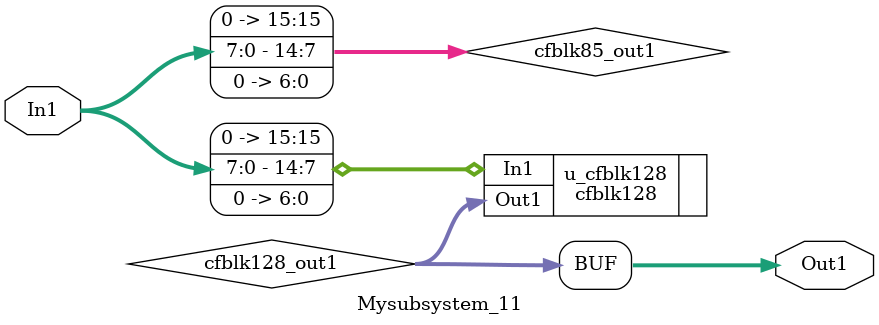
<source format=v>



`timescale 1 ns / 1 ns

module Mysubsystem_11
          (In1,
           Out1);


  input   [7:0] In1;  // uint8
  output  [15:0] Out1;  // ufix16_En7


  wire [15:0] cfblk85_out1;  // ufix16_En7
  wire [15:0] cfblk128_out1;  // ufix16_En7


  assign cfblk85_out1 = {1'b0, {In1, 7'b0000000}};



  cfblk128 u_cfblk128 (.In1(cfblk85_out1),  // ufix16_En7
                       .Out1(cfblk128_out1)  // ufix16_En7
                       );

  assign Out1 = cfblk128_out1;

endmodule  // Mysubsystem_11


</source>
